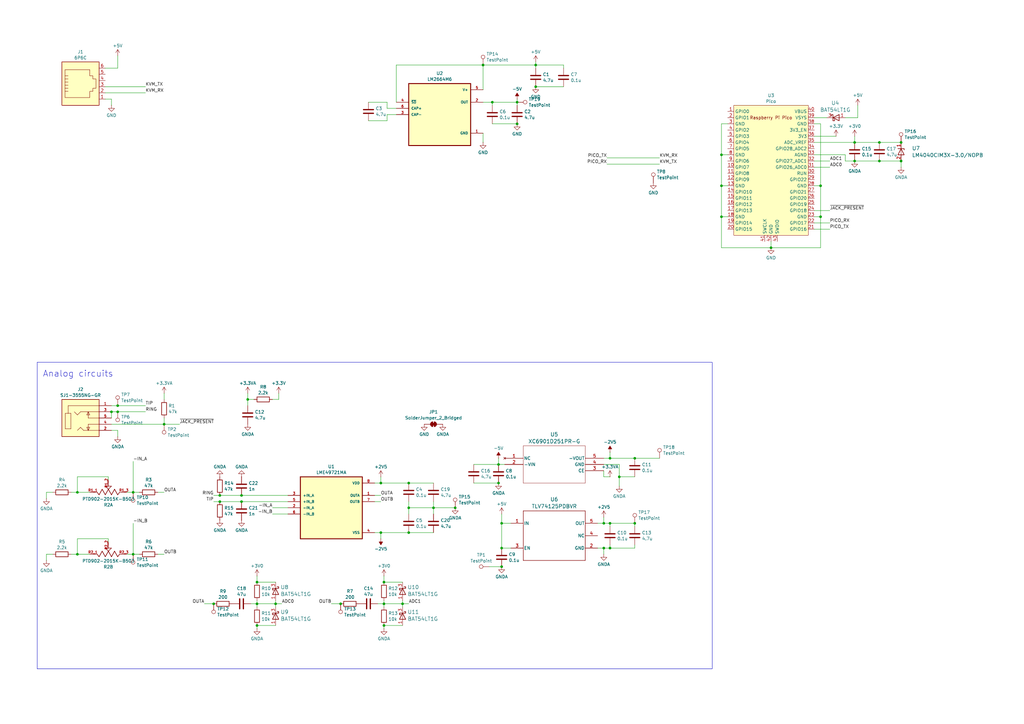
<source format=kicad_sch>
(kicad_sch (version 20231120) (generator "eeschema") (generator_version "8.0")
  (paper "A3")
  (junction (at 350.52 66.04))
  (junction (at 101.6 163.83))
  (junction (at 198.12 26.67))
  (junction (at 156.21 218.44))
  (junction (at 165.1 247.65))
  (junction (at 295.91 88.9))
  (junction (at 369.57 58.42))
  (junction (at 90.17 203.2))
  (junction (at 247.65 214.63))
  (junction (at 205.74 224.79))
  (junction (at 87.63 247.65))
  (junction (at 90.17 205.74))
  (junction (at 177.8 208.28))
  (junction (at 186.69 208.28))
  (junction (at 54.61 227.33))
  (junction (at 67.31 173.99))
  (junction (at 219.71 26.67))
  (junction (at 54.61 201.93))
  (junction (at 167.64 208.28))
  (junction (at 260.35 214.63))
  (junction (at 336.55 88.9))
  (junction (at 48.26 168.91))
  (junction (at 105.41 247.65))
  (junction (at 369.57 66.04))
  (junction (at 201.93 41.91))
  (junction (at 167.64 218.44))
  (junction (at 157.48 256.54))
  (junction (at 31.75 201.93))
  (junction (at 212.09 41.91))
  (junction (at 254 195.58))
  (junction (at 48.26 166.37))
  (junction (at 105.41 256.54))
  (junction (at 99.06 203.2))
  (junction (at 31.75 227.33))
  (junction (at 295.91 63.5))
  (junction (at 360.68 58.42))
  (junction (at 139.7 247.65))
  (junction (at 260.35 187.96))
  (junction (at 250.19 214.63))
  (junction (at 204.47 190.5))
  (junction (at 205.74 232.41))
  (junction (at 219.71 35.56))
  (junction (at 105.41 238.76))
  (junction (at 336.55 76.2))
  (junction (at 205.74 214.63))
  (junction (at 45.72 168.91))
  (junction (at 204.47 198.12))
  (junction (at 212.09 50.8))
  (junction (at 316.23 101.6))
  (junction (at 113.03 247.65))
  (junction (at 360.68 66.04))
  (junction (at 247.65 224.79))
  (junction (at 157.48 247.65))
  (junction (at 167.64 198.12))
  (junction (at 350.52 58.42))
  (junction (at 157.48 238.76))
  (junction (at 250.19 187.96))
  (junction (at 250.19 224.79))
  (junction (at 156.21 198.12))
  (junction (at 295.91 76.2))
  (junction (at 99.06 205.74))
  (wire (pts (xy 48.26 168.91) (xy 59.69 168.91)))
  (wire (pts (xy 54.61 214.63) (xy 54.61 227.33)))
  (wire (pts (xy 247.65 190.5) (xy 254 190.5)))
  (wire (pts (xy 295.91 76.2) (xy 295.91 63.5)))
  (wire (pts (xy 158.75 49.53) (xy 151.13 49.53)))
  (wire (pts (xy 165.1 247.65) (xy 165.1 248.92)))
  (wire (pts (xy 194.31 190.5) (xy 204.47 190.5)))
  (wire (pts (xy 316.23 101.6) (xy 295.91 101.6)))
  (wire (pts (xy 200.66 232.41) (xy 205.74 232.41)))
  (wire (pts (xy 201.93 41.91) (xy 212.09 41.91)))
  (wire (pts (xy 351.79 43.18) (xy 351.79 48.26)))
  (wire (pts (xy 156.21 218.44) (xy 167.64 218.44)))
  (wire (pts (xy 45.72 40.64) (xy 45.72 43.18)))
  (wire (pts (xy 162.56 41.91) (xy 162.56 26.67)))
  (wire (pts (xy 102.87 247.65) (xy 105.41 247.65)))
  (wire (pts (xy 250.19 187.96) (xy 250.19 185.42)))
  (wire (pts (xy 43.18 35.56) (xy 59.69 35.56)))
  (wire (pts (xy 114.3 163.83) (xy 111.76 163.83)))
  (wire (pts (xy 248.92 64.77) (xy 270.51 64.77)))
  (wire (pts (xy 198.12 54.61) (xy 198.12 58.42)))
  (wire (pts (xy 231.14 27.94) (xy 231.14 26.67)))
  (wire (pts (xy 64.77 227.33) (xy 67.31 227.33)))
  (wire (pts (xy 105.41 246.38) (xy 105.41 247.65)))
  (wire (pts (xy 48.26 27.94) (xy 48.26 22.86)))
  (wire (pts (xy 260.35 223.52) (xy 260.35 224.79)))
  (wire (pts (xy 334.01 66.04) (xy 340.36 66.04)))
  (wire (pts (xy 54.61 189.23) (xy 54.61 201.93)))
  (wire (pts (xy 101.6 163.83) (xy 104.14 163.83)))
  (wire (pts (xy 201.93 50.8) (xy 212.09 50.8)))
  (wire (pts (xy 90.17 205.74) (xy 99.06 205.74)))
  (wire (pts (xy 45.72 166.37) (xy 48.26 166.37)))
  (wire (pts (xy 295.91 63.5) (xy 295.91 50.8)))
  (wire (pts (xy 177.8 205.74) (xy 177.8 208.28)))
  (wire (pts (xy 90.17 203.2) (xy 99.06 203.2)))
  (wire (pts (xy 334.01 76.2) (xy 336.55 76.2)))
  (wire (pts (xy 54.61 227.33) (xy 57.15 227.33)))
  (wire (pts (xy 334.01 86.36) (xy 340.36 86.36)))
  (wire (pts (xy 113.03 246.38) (xy 113.03 247.65)))
  (wire (pts (xy 247.65 212.09) (xy 247.65 214.63)))
  (wire (pts (xy 167.64 205.74) (xy 167.64 208.28)))
  (wire (pts (xy 43.18 27.94) (xy 48.26 27.94)))
  (wire (pts (xy 154.94 247.65) (xy 157.48 247.65)))
  (wire (pts (xy 153.67 198.12) (xy 156.21 198.12)))
  (wire (pts (xy 105.41 238.76) (xy 113.03 238.76)))
  (wire (pts (xy 31.75 195.58) (xy 31.75 201.93)))
  (wire (pts (xy 209.55 214.63) (xy 205.74 214.63)))
  (wire (pts (xy 346.71 63.5) (xy 346.71 66.04)))
  (wire (pts (xy 334.01 68.58) (xy 340.36 68.58)))
  (wire (pts (xy 45.72 176.53) (xy 48.26 176.53)))
  (wire (pts (xy 212.09 40.64) (xy 212.09 41.91)))
  (wire (pts (xy 334.01 55.88) (xy 342.9 55.88)))
  (wire (pts (xy 43.18 38.1) (xy 59.69 38.1)))
  (wire (pts (xy 298.45 88.9) (xy 295.91 88.9)))
  (wire (pts (xy 219.71 25.4) (xy 219.71 26.67)))
  (wire (pts (xy 153.67 218.44) (xy 156.21 218.44)))
  (wire (pts (xy 158.75 44.45) (xy 162.56 44.45)))
  (wire (pts (xy 157.48 238.76) (xy 165.1 238.76)))
  (wire (pts (xy 336.55 88.9) (xy 336.55 101.6)))
  (wire (pts (xy 177.8 208.28) (xy 177.8 210.82)))
  (wire (pts (xy 204.47 187.96) (xy 204.47 190.5)))
  (wire (pts (xy 87.63 205.74) (xy 90.17 205.74)))
  (wire (pts (xy 295.91 76.2) (xy 298.45 76.2)))
  (wire (pts (xy 48.26 176.53) (xy 48.26 179.07)))
  (wire (pts (xy 101.6 163.83) (xy 101.6 166.37)))
  (wire (pts (xy 198.12 41.91) (xy 201.93 41.91)))
  (wire (pts (xy 101.6 161.29) (xy 101.6 163.83)))
  (wire (pts (xy 158.75 46.99) (xy 162.56 46.99)))
  (wire (pts (xy 250.19 223.52) (xy 250.19 224.79)))
  (wire (pts (xy 153.67 203.2) (xy 156.21 203.2)))
  (wire (pts (xy 158.75 44.45) (xy 158.75 41.91)))
  (wire (pts (xy 219.71 26.67) (xy 231.14 26.67)))
  (wire (pts (xy 247.65 187.96) (xy 250.19 187.96)))
  (wire (pts (xy 346.71 66.04) (xy 350.52 66.04)))
  (wire (pts (xy 334.01 93.98) (xy 340.36 93.98)))
  (wire (pts (xy 250.19 195.58) (xy 247.65 195.58)))
  (wire (pts (xy 165.1 247.65) (xy 167.64 247.65)))
  (wire (pts (xy 350.52 58.42) (xy 360.68 58.42)))
  (wire (pts (xy 167.64 198.12) (xy 177.8 198.12)))
  (wire (pts (xy 52.07 227.33) (xy 54.61 227.33)))
  (wire (pts (xy 31.75 220.98) (xy 31.75 227.33)))
  (wire (pts (xy 205.74 224.79) (xy 205.74 214.63)))
  (wire (pts (xy 350.52 55.88) (xy 350.52 58.42)))
  (wire (pts (xy 250.19 187.96) (xy 260.35 187.96)))
  (wire (pts (xy 369.57 66.04) (xy 369.57 68.58)))
  (wire (pts (xy 105.41 256.54) (xy 105.41 257.81)))
  (wire (pts (xy 44.45 220.98) (xy 31.75 220.98)))
  (wire (pts (xy 156.21 198.12) (xy 156.21 195.58)))
  (wire (pts (xy 219.71 26.67) (xy 219.71 27.94)))
  (wire (pts (xy 336.55 50.8) (xy 336.55 76.2)))
  (wire (pts (xy 19.05 227.33) (xy 19.05 229.87)))
  (wire (pts (xy 157.48 236.22) (xy 157.48 238.76)))
  (wire (pts (xy 105.41 236.22) (xy 105.41 238.76)))
  (wire (pts (xy 105.41 247.65) (xy 113.03 247.65)))
  (wire (pts (xy 105.41 247.65) (xy 105.41 248.92)))
  (wire (pts (xy 360.68 58.42) (xy 369.57 58.42)))
  (wire (pts (xy 334.01 50.8) (xy 336.55 50.8)))
  (wire (pts (xy 54.61 201.93) (xy 57.15 201.93)))
  (wire (pts (xy 167.64 218.44) (xy 177.8 218.44)))
  (wire (pts (xy 156.21 218.44) (xy 156.21 220.98)))
  (wire (pts (xy 295.91 76.2) (xy 295.91 88.9)))
  (wire (pts (xy 162.56 26.67) (xy 198.12 26.67)))
  (wire (pts (xy 336.55 76.2) (xy 336.55 88.9)))
  (wire (pts (xy 45.72 168.91) (xy 48.26 168.91)))
  (wire (pts (xy 254 195.58) (xy 260.35 195.58)))
  (wire (pts (xy 198.12 26.67) (xy 198.12 36.83)))
  (wire (pts (xy 209.55 224.79) (xy 205.74 224.79)))
  (wire (pts (xy 67.31 173.99) (xy 73.66 173.99)))
  (wire (pts (xy 67.31 171.45) (xy 67.31 173.99)))
  (wire (pts (xy 45.72 168.91) (xy 45.72 171.45)))
  (wire (pts (xy 248.92 67.31) (xy 270.51 67.31)))
  (wire (pts (xy 254 195.58) (xy 254 199.39)))
  (wire (pts (xy 245.11 214.63) (xy 247.65 214.63)))
  (wire (pts (xy 157.48 256.54) (xy 157.48 257.81)))
  (wire (pts (xy 350.52 66.04) (xy 360.68 66.04)))
  (wire (pts (xy 254 190.5) (xy 254 195.58)))
  (wire (pts (xy 167.64 208.28) (xy 167.64 210.82)))
  (wire (pts (xy 212.09 41.91) (xy 212.09 43.18)))
  (wire (pts (xy 219.71 35.56) (xy 231.14 35.56)))
  (wire (pts (xy 201.93 41.91) (xy 201.93 43.18)))
  (wire (pts (xy 247.65 195.58) (xy 247.65 193.04)))
  (wire (pts (xy 334.01 58.42) (xy 350.52 58.42)))
  (wire (pts (xy 135.89 247.65) (xy 139.7 247.65)))
  (wire (pts (xy 351.79 48.26) (xy 346.71 48.26)))
  (wire (pts (xy 245.11 224.79) (xy 247.65 224.79)))
  (wire (pts (xy 52.07 201.93) (xy 54.61 201.93)))
  (wire (pts (xy 194.31 198.12) (xy 204.47 198.12)))
  (wire (pts (xy 67.31 161.29) (xy 67.31 163.83)))
  (wire (pts (xy 113.03 247.65) (xy 113.03 248.92)))
  (wire (pts (xy 165.1 246.38) (xy 165.1 247.65)))
  (wire (pts (xy 250.19 224.79) (xy 260.35 224.79)))
  (wire (pts (xy 260.35 187.96) (xy 270.51 187.96)))
  (wire (pts (xy 339.09 48.26) (xy 334.01 48.26)))
  (wire (pts (xy 334.01 63.5) (xy 346.71 63.5)))
  (wire (pts (xy 158.75 46.99) (xy 158.75 49.53)))
  (wire (pts (xy 295.91 63.5) (xy 298.45 63.5)))
  (wire (pts (xy 114.3 161.29) (xy 114.3 163.83)))
  (wire (pts (xy 247.65 224.79) (xy 247.65 227.33)))
  (wire (pts (xy 316.23 99.06) (xy 316.23 101.6)))
  (wire (pts (xy 64.77 201.93) (xy 67.31 201.93)))
  (wire (pts (xy 295.91 50.8) (xy 298.45 50.8)))
  (wire (pts (xy 21.59 201.93) (xy 19.05 201.93)))
  (wire (pts (xy 87.63 203.2) (xy 90.17 203.2)))
  (wire (pts (xy 21.59 227.33) (xy 19.05 227.33)))
  (wire (pts (xy 31.75 201.93) (xy 36.83 201.93)))
  (wire (pts (xy 105.41 256.54) (xy 113.03 256.54)))
  (wire (pts (xy 157.48 247.65) (xy 157.48 248.92)))
  (wire (pts (xy 158.75 41.91) (xy 151.13 41.91)))
  (wire (pts (xy 167.64 208.28) (xy 177.8 208.28)))
  (wire (pts (xy 260.35 214.63) (xy 250.19 214.63)))
  (wire (pts (xy 43.18 40.64) (xy 45.72 40.64)))
  (wire (pts (xy 111.76 208.28) (xy 118.11 208.28)))
  (wire (pts (xy 334.01 91.44) (xy 340.36 91.44)))
  (wire (pts (xy 44.45 220.98) (xy 44.45 222.25)))
  (wire (pts (xy 295.91 88.9) (xy 295.91 101.6)))
  (wire (pts (xy 31.75 195.58) (xy 44.45 195.58)))
  (wire (pts (xy 260.35 215.9) (xy 260.35 214.63)))
  (wire (pts (xy 198.12 26.67) (xy 219.71 26.67)))
  (wire (pts (xy 157.48 247.65) (xy 165.1 247.65)))
  (wire (pts (xy 83.82 247.65) (xy 87.63 247.65)))
  (wire (pts (xy 111.76 210.82) (xy 118.11 210.82)))
  (wire (pts (xy 31.75 227.33) (xy 36.83 227.33)))
  (wire (pts (xy 113.03 247.65) (xy 115.57 247.65)))
  (wire (pts (xy 29.21 227.33) (xy 31.75 227.33)))
  (wire (pts (xy 99.06 203.2) (xy 118.11 203.2)))
  (wire (pts (xy 336.55 101.6) (xy 316.23 101.6)))
  (wire (pts (xy 360.68 66.04) (xy 369.57 66.04)))
  (wire (pts (xy 205.74 214.63) (xy 205.74 210.82)))
  (wire (pts (xy 157.48 256.54) (xy 165.1 256.54)))
  (wire (pts (xy 247.65 224.79) (xy 250.19 224.79)))
  (wire (pts (xy 19.05 201.93) (xy 19.05 204.47)))
  (wire (pts (xy 45.72 173.99) (xy 67.31 173.99)))
  (wire (pts (xy 250.19 215.9) (xy 250.19 214.63)))
  (wire (pts (xy 177.8 208.28) (xy 186.69 208.28)))
  (wire (pts (xy 156.21 198.12) (xy 167.64 198.12)))
  (wire (pts (xy 44.45 195.58) (xy 44.45 196.85)))
  (wire (pts (xy 48.26 166.37) (xy 59.69 166.37)))
  (wire (pts (xy 99.06 205.74) (xy 118.11 205.74)))
  (wire (pts (xy 207.01 190.5) (xy 204.47 190.5)))
  (wire (pts (xy 334.01 88.9) (xy 336.55 88.9)))
  (wire (pts (xy 153.67 205.74) (xy 156.21 205.74)))
  (wire (pts (xy 250.19 214.63) (xy 247.65 214.63)))
  (wire (pts (xy 29.21 201.93) (xy 31.75 201.93)))
  (wire (pts (xy 157.48 246.38) (xy 157.48 247.65)))
  (rectangle (start 15.24 148.59) (end 292.1 274.32))
  (text "Analog circuits" (at 32.004 153.416 0) (effects (font (size 2.54 2.54))))
  (label "KVM_RX" (at 270.51 64.77 0))
  (label "ADC0" (at 340.36 68.58 0))
  (label "ADC1" (at 167.64 247.65 0))
  (label "-IN_A" (at 54.61 189.23 0))
  (label "PICO_RX" (at 340.36 91.44 0))
  (label "OUTA" (at 156.21 203.2 0))
  (label "-IN_B" (at 54.61 214.63 0))
  (label "ADC0" (at 115.57 247.65 0))
  (label "OUTB" (at 156.21 205.74 0))
  (label "KVM_TX" (at 270.51 67.31 0))
  (label "TIP" (at 59.69 166.37 0))
  (label "RING" (at 87.63 203.2 180))
  (label "OUTB" (at 135.89 247.65 180))
  (label "PICO_TX" (at 248.92 64.77 180))
  (label "PICO_TX" (at 340.36 93.98 0))
  (label "ADC1" (at 340.36 66.04 0))
  (label "KVM_RX" (at 59.69 38.1 0))
  (label "~{JACK_PRESENT}" (at 73.66 173.99 0))
  (label "-IN_B" (at 111.76 210.82 180))
  (label "-IN_A" (at 111.76 208.28 180))
  (label "OUTB" (at 67.31 227.33 0))
  (label "OUTA" (at 83.82 247.65 180))
  (label "RING" (at 59.69 168.91 0))
  (label "OUTA" (at 67.31 201.93 0))
  (label "~{JACK_PRESENT}" (at 340.36 86.36 0))
  (label "TIP" (at 87.63 205.74 180))
  (label "KVM_TX" (at 59.69 35.56 0))
  (label "PICO_RX" (at 248.92 67.31 180))
  (symbol (lib_id "power:+3.3VA") (at 101.6 161.29 0) (unit 1)
    (property "Reference" "#PWR027" (effects (hide yes)))
    (property "Value" "+3.3VA" (at 101.6 157.1569 0))
    (property "Description" "Power symbol creates a global label with name \"+3.3VA\"" (effects (hide yes)))
  )
  (symbol (lib_id "Device:C") (at 194.31 194.31 0) (unit 1)
    (property "Reference" "C16" (at 197.231 193.0978 0) (effects (justify left)))
    (property "Value" "4.7u" (at 197.231 195.5221 0) (effects (justify left)))
    (property "Footprint" "Capacitor_SMD:C_0805_2012Metric_Pad1.18x1.45mm_HandSolder" (effects (hide yes)))
    (property "Description" "Unpolarized capacitor" (effects (hide yes)))
  )
  (symbol (lib_id "PTN16-A500120K1C2:PTN16-A500120K1C2") (at 44.45 227.33 0) (mirror x) (unit 2)
    (property "Reference" "R2" (at 44.45 232.4905 0))
    (property "Value" "PTD902-2015K-B503" (at 44.45 230.0662 0))
    (property "Footprint" "PTN16_A500120K1C2:POT_PTD902-2015K-B503" (effects (hide yes)))
    (property "Description" "500k Ohm 2 Gang Reverse Logarithmic Through Hole Potentiometer 1.0 Turns Carbon 0.125W, 1/8W PC Pins" (effects (hide yes)))
    (property "PARTREV" "1.0" (effects (hide yes)))
    (property "MANUFACTURER" "CUI Devices" (effects (hide yes)))
    (property "MAXIMUM_PACKAGE_HEIGHT" "21.5mm" (effects (hide yes)))
    (property "STANDARD" "Manufacturer Recommendations" (effects (hide yes)))
  )
  (symbol (lib_id "Connector:TestPoint") (at 270.51 187.96 0) (unit 1)
    (property "Reference" "TP18" (at 271.907 183.4458 0) (effects (justify left)))
    (property "Value" "TestPoint" (at 271.907 185.8701 0) (effects (justify left)))
    (property "Footprint" "TestPoint:TestPoint_Loop_D1.80mm_Drill1.0mm_Beaded" (effects (hide yes)))
    (property "Description" "test point" (effects (hide yes)))
  )
  (symbol (lib_id "power:GNDA") (at 157.48 257.81 0) (unit 1)
    (property "Reference" "#PWR036" (effects (hide yes)))
    (property "Value" "GNDA" (at 157.48 261.9431 0))
    (property "Description" "Power symbol creates a global label with name \"GNDA\" , analog ground" (effects (hide yes)))
  )
  (symbol (lib_id "power:GNDA") (at 254 199.39 0) (unit 1)
    (property "Reference" "#PWR026" (effects (hide yes)))
    (property "Value" "GNDA" (at 254 203.5231 0))
    (property "Description" "Power symbol creates a global label with name \"GNDA\" , analog ground" (effects (hide yes)))
  )
  (symbol (lib_id "Device:C") (at 99.06 209.55 0) (unit 1)
    (property "Reference" "C21" (at 101.981 208.3378 0) (effects (justify left)))
    (property "Value" "1n" (at 101.981 210.7621 0) (effects (justify left)))
    (property "Footprint" "Capacitor_SMD:C_0805_2012Metric_Pad1.18x1.45mm_HandSolder" (effects (hide yes)))
    (property "Description" "Unpolarized capacitor" (effects (hide yes)))
  )
  (symbol (lib_id "SJ1-3555NG-GR:SJ1-3555NG-GR") (at 33.02 171.45 0) (unit 1)
    (property "Reference" "J2" (at 33.02 159.6855 0))
    (property "Value" "SJ1-3555NG-GR" (at 33.02 162.1098 0))
    (property "Footprint" "CUI_SJ1-3555NG-GR" (effects (hide yes)))
    (property "Description" "3.50mm (0.141\", 1/8\", Mini Plug) - Headphone Phone Jack Stereo (3 Conductor, TRS) Connector Kinked Pin" (effects (hide yes)))
    (property "PARTREV" "1.02" (effects (hide yes)))
    (property "STANDARD" "Manufacturer recommendation" (effects (hide yes)))
    (property "MANUFACTURER" "CUI" (effects (hide yes)))
  )
  (symbol (lib_id "Device:R") (at 60.96 201.93 90) (unit 1)
    (property "Reference" "R3" (at 60.96 196.7695 90))
    (property "Value" "47k" (at 60.96 199.1938 90))
    (property "Footprint" "Resistor_SMD:R_0805_2012Metric_Pad1.20x1.40mm_HandSolder" (effects (hide yes)))
    (property "Description" "Resistor" (effects (hide yes)))
  )
  (symbol (lib_id "power:GNDA") (at 181.61 173.99 0) (unit 1)
    (property "Reference" "#PWR029" (effects (hide yes)))
    (property "Value" "GNDA" (at 181.61 178.1231 0))
    (property "Description" "Power symbol creates a global label with name \"GNDA\" , analog ground" (effects (hide yes)))
  )
  (symbol (lib_id "Device:C") (at 177.8 214.63 0) (unit 1)
    (property "Reference" "C20" (at 180.721 213.4178 0) (effects (justify left)))
    (property "Value" "4.7u" (at 180.721 215.8421 0) (effects (justify left)))
    (property "Footprint" "Capacitor_SMD:C_0805_2012Metric_Pad1.18x1.45mm_HandSolder" (effects (hide yes)))
    (property "Description" "Unpolarized capacitor" (effects (hide yes)))
  )
  (symbol (lib_id "Device:C") (at 151.13 247.65 90) (unit 1)
    (property "Reference" "C14" (at 151.13 241.3465 90))
    (property "Value" "47u" (at 151.13 243.7708 90))
    (property "Footprint" "Capacitor_SMD:C_0805_2012Metric_Pad1.18x1.45mm_HandSolder" (effects (hide yes)))
    (property "Description" "Unpolarized capacitor" (effects (hide yes)))
  )
  (symbol (lib_id "Device:R") (at 67.31 167.64 0) (unit 1)
    (property "Reference" "R1" (at 69.088 166.4278 0) (effects (justify left)))
    (property "Value" "47k" (at 69.088 168.8521 0) (effects (justify left)))
    (property "Footprint" "Resistor_SMD:R_0805_2012Metric_Pad1.20x1.40mm_HandSolder" (effects (hide yes)))
    (property "Description" "Resistor" (effects (hide yes)))
  )
  (symbol (lib_id "Device:C") (at 231.14 31.75 0) (unit 1)
    (property "Reference" "C7" (at 234.061 30.5378 0) (effects (justify left)))
    (property "Value" "0.1u" (at 234.061 32.9621 0) (effects (justify left)))
    (property "Footprint" "Capacitor_SMD:C_0805_2012Metric_Pad1.18x1.45mm_HandSolder" (effects (hide yes)))
    (property "Description" "Unpolarized capacitor" (effects (hide yes)))
  )
  (symbol (lib_id "power:GND") (at 267.97 74.93 0) (unit 1)
    (property "Reference" "#PWR039" (effects (hide yes)))
    (property "Value" "GND" (at 267.97 79.0631 0))
    (property "Description" "Power symbol creates a global label with name \"GND\" , ground" (effects (hide yes)))
  )
  (symbol (lib_id "power:-5V") (at 204.47 187.96 0) (unit 1)
    (property "Reference" "#PWR022" (effects (hide yes)))
    (property "Value" "-5V" (at 204.47 183.8269 0))
    (property "Description" "Power symbol creates a global label with name \"-5V\"" (effects (hide yes)))
  )
  (symbol (lib_id "BAT54LT1G:BAT54LT1G") (at 165.1 248.92 270) (unit 1)
    (property "Reference" "U11" (at 167.132 250.996 90) (effects (font (size 1.524 1.524)) (justify left)))
    (property "Value" "BAT54LT1G" (at 167.132 253.8289 90) (effects (font (size 1.524 1.524)) (justify left)))
    (property "Footprint" "SOT-23-3_1P4X3P040_ONS" (effects (hide yes)))
    (property "Datasheet" "BAT54LT1G" (effects (hide yes)))
  )
  (symbol (lib_id "power:GNDA") (at 90.17 213.36 0) (unit 1)
    (property "Reference" "#PWR041" (effects (hide yes)))
    (property "Value" "GNDA" (at 90.17 217.4931 0))
    (property "Description" "Power symbol creates a global label with name \"GNDA\" , analog ground" (effects (hide yes)))
  )
  (symbol (lib_id "power:+3.3V") (at 114.3 161.29 0) (unit 1)
    (property "Reference" "#PWR031" (effects (hide yes)))
    (property "Value" "+3.3V" (at 114.3 157.1569 0))
    (property "Description" "Power symbol creates a global label with name \"+3.3V\"" (effects (hide yes)))
  )
  (symbol (lib_id "Connector:TestPoint") (at 54.61 201.93 180) (unit 1)
    (property "Reference" "TP10" (at 56.007 204.0198 0) (effects (justify right)))
    (property "Value" "TestPoint" (at 56.007 206.4441 0) (effects (justify right)))
    (property "Footprint" "TestPoint:TestPoint_Loop_D1.80mm_Drill1.0mm_Beaded" (effects (hide yes)))
    (property "Description" "test point" (effects (hide yes)))
  )
  (symbol (lib_id "power:GND") (at 173.99 173.99 0) (unit 1)
    (property "Reference" "#PWR028" (effects (hide yes)))
    (property "Value" "GND" (at 173.99 178.1231 0))
    (property "Description" "Power symbol creates a global label with name \"GND\" , ground" (effects (hide yes)))
  )
  (symbol (lib_id "power:GND") (at 45.72 43.18 0) (unit 1)
    (property "Reference" "#PWR02" (effects (hide yes)))
    (property "Value" "GND" (at 45.72 47.3131 0))
    (property "Description" "Power symbol creates a global label with name \"GND\" , ground" (effects (hide yes)))
  )
  (symbol (lib_id "Device:R") (at 90.17 199.39 180) (unit 1)
    (property "Reference" "R14" (at 91.948 198.1778 0) (effects (justify right)))
    (property "Value" "47k" (at 91.948 200.6021 0) (effects (justify right)))
    (property "Footprint" "Resistor_SMD:R_0805_2012Metric_Pad1.20x1.40mm_HandSolder" (effects (hide yes)))
    (property "Description" "Resistor" (effects (hide yes)))
  )
  (symbol (lib_id "power:+3V0") (at 350.52 55.88 0) (unit 1)
    (property "Reference" "#PWR033" (effects (hide yes)))
    (property "Value" "+3V0" (at 350.52 51.7469 0))
    (property "Description" "Power symbol creates a global label with name \"+3V0\"" (effects (hide yes)))
  )
  (symbol (lib_id "Connector:TestPoint") (at 67.31 173.99 180) (unit 1)
    (property "Reference" "TP2" (at 68.707 176.0798 0) (effects (justify right)))
    (property "Value" "TestPoint" (at 68.707 178.5041 0) (effects (justify right)))
    (property "Footprint" "TestPoint:TestPoint_Loop_D1.80mm_Drill1.0mm_Beaded" (effects (hide yes)))
    (property "Description" "test point" (effects (hide yes)))
  )
  (symbol (lib_id "power:+3.3V") (at 342.9 55.88 0) (unit 1)
    (property "Reference" "#PWR013" (effects (hide yes)))
    (property "Value" "+3.3V" (at 342.9 51.7469 0))
    (property "Description" "Power symbol creates a global label with name \"+3.3V\"" (effects (hide yes)))
  )
  (symbol (lib_id "Connector:TestPoint") (at 198.12 26.67 0) (unit 1)
    (property "Reference" "TP14" (at 199.517 22.1558 0) (effects (justify left)))
    (property "Value" "TestPoint" (at 199.517 24.5801 0) (effects (justify left)))
    (property "Footprint" "TestPoint:TestPoint_Loop_D1.80mm_Drill1.0mm_Beaded" (effects (hide yes)))
    (property "Description" "test point" (effects (hide yes)))
  )
  (symbol (lib_id "Device:R") (at 25.4 227.33 90) (unit 1)
    (property "Reference" "R5" (at 25.4 222.1695 90))
    (property "Value" "2.2k" (at 25.4 224.5938 90))
    (property "Footprint" "Resistor_SMD:R_0805_2012Metric_Pad1.20x1.40mm_HandSolder" (effects (hide yes)))
    (property "Description" "Resistor" (effects (hide yes)))
  )
  (symbol (lib_id "BAT54LT1G:BAT54LT1G") (at 165.1 238.76 270) (unit 1)
    (property "Reference" "U10" (at 167.132 240.836 90) (effects (font (size 1.524 1.524)) (justify left)))
    (property "Value" "BAT54LT1G" (at 167.132 243.6689 90) (effects (font (size 1.524 1.524)) (justify left)))
    (property "Footprint" "SOT-23-3_1P4X3P040_ONS" (effects (hide yes)))
    (property "Datasheet" "BAT54LT1G" (effects (hide yes)))
  )
  (symbol (lib_id "Device:C") (at 201.93 46.99 0) (unit 1)
    (property "Reference" "C6" (at 204.851 45.7778 0) (effects (justify left)))
    (property "Value" "0.1u" (at 204.851 48.2021 0) (effects (justify left)))
    (property "Footprint" "Capacitor_SMD:C_0805_2012Metric_Pad1.18x1.45mm_HandSolder" (effects (hide yes)))
    (property "Description" "Unpolarized capacitor" (effects (hide yes)))
  )
  (symbol (lib_id "power:-2V5") (at 156.21 220.98 180) (unit 1)
    (property "Reference" "#PWR017" (effects (hide yes)))
    (property "Value" "-2V5" (at 156.21 225.1131 0))
    (property "Description" "Power symbol creates a global label with name \"-2V5\"" (effects (hide yes)))
  )
  (symbol (lib_id "power:GNDA") (at 90.17 195.58 180) (unit 1)
    (property "Reference" "#PWR043" (effects (hide yes)))
    (property "Value" "GNDA" (at 90.17 191.4469 0))
    (property "Description" "Power symbol creates a global label with name \"GNDA\" , analog ground" (effects (hide yes)))
  )
  (symbol (lib_id "power:+5V") (at 219.71 25.4 0) (unit 1)
    (property "Reference" "#PWR011" (effects (hide yes)))
    (property "Value" "+5V" (at 219.71 21.2669 0))
    (property "Description" "Power symbol creates a global label with name \"+5V\"" (effects (hide yes)))
  )
  (symbol (lib_id "power:+5V") (at 351.79 43.18 0) (unit 1)
    (property "Reference" "#PWR05" (effects (hide yes)))
    (property "Value" "+5V" (at 351.79 39.0469 0))
    (property "Description" "Power symbol creates a global label with name \"+5V\"" (effects (hide yes)))
  )
  (symbol (lib_id "power:GNDA") (at 19.05 204.47 0) (unit 1)
    (property "Reference" "#PWR014" (effects (hide yes)))
    (property "Value" "GNDA" (at 19.05 208.6031 0))
    (property "Description" "Power symbol creates a global label with name \"GNDA\" , analog ground" (effects (hide yes)))
  )
  (symbol (lib_id "Device:C") (at 260.35 191.77 0) (unit 1)
    (property "Reference" "C11" (at 263.271 190.5578 0) (effects (justify left)))
    (property "Value" "0.1u" (at 263.271 192.9821 0) (effects (justify left)))
    (property "Footprint" "Capacitor_SMD:C_0805_2012Metric_Pad1.18x1.45mm_HandSolder" (effects (hide yes)))
    (property "Description" "Unpolarized capacitor" (effects (hide yes)))
  )
  (symbol (lib_id "power:GNDA") (at 204.47 198.12 0) (unit 1)
    (property "Reference" "#PWR024" (effects (hide yes)))
    (property "Value" "GNDA" (at 204.47 202.2531 0))
    (property "Description" "Power symbol creates a global label with name \"GNDA\" , analog ground" (effects (hide yes)))
  )
  (symbol (lib_id "Device:C") (at 167.64 214.63 0) (unit 1)
    (property "Reference" "C5" (at 170.561 213.4178 0) (effects (justify left)))
    (property "Value" "0.1u" (at 170.561 215.8421 0) (effects (justify left)))
    (property "Footprint" "Capacitor_SMD:C_0805_2012Metric_Pad1.18x1.45mm_HandSolder" (effects (hide yes)))
    (property "Description" "Unpolarized capacitor" (effects (hide yes)))
  )
  (symbol (lib_id "power:GNDA") (at 99.06 213.36 0) (unit 1)
    (property "Reference" "#PWR040" (effects (hide yes)))
    (property "Value" "GNDA" (at 99.06 217.4931 0))
    (property "Description" "Power symbol creates a global label with name \"GNDA\" , analog ground" (effects (hide yes)))
  )
  (symbol (lib_id "Connector:TestPoint") (at 54.61 227.33 180) (unit 1)
    (property "Reference" "TP11" (at 56.007 229.4198 0) (effects (justify right)))
    (property "Value" "TestPoint" (at 56.007 231.8441 0) (effects (justify right)))
    (property "Footprint" "TestPoint:TestPoint_Loop_D1.80mm_Drill1.0mm_Beaded" (effects (hide yes)))
    (property "Description" "test point" (effects (hide yes)))
  )
  (symbol (lib_id "Device:C") (at 219.71 31.75 0) (unit 1)
    (property "Reference" "C1" (at 222.631 30.5378 0) (effects (justify left)))
    (property "Value" "4.7u" (at 222.631 32.9621 0) (effects (justify left)))
    (property "Footprint" "Capacitor_SMD:C_0805_2012Metric_Pad1.18x1.45mm_HandSolder" (effects (hide yes)))
    (property "Description" "Unpolarized capacitor" (effects (hide yes)))
  )
  (symbol (lib_id "Device:R") (at 25.4 201.93 90) (unit 1)
    (property "Reference" "R4" (at 25.4 196.7695 90))
    (property "Value" "2.2k" (at 25.4 199.1938 90))
    (property "Footprint" "Resistor_SMD:R_0805_2012Metric_Pad1.20x1.40mm_HandSolder" (effects (hide yes)))
    (property "Description" "Resistor" (effects (hide yes)))
  )
  (symbol (lib_id "power:GNDA") (at 19.05 229.87 0) (unit 1)
    (property "Reference" "#PWR016" (effects (hide yes)))
    (property "Value" "GNDA" (at 19.05 234.0031 0))
    (property "Description" "Power symbol creates a global label with name \"GNDA\" , analog ground" (effects (hide yes)))
  )
  (symbol (lib_id "LM2664M6:LM2664M6") (at 180.34 46.99 0) (unit 1)
    (property "Reference" "U2" (at 180.34 30.0675 0))
    (property "Value" "LM2664M6" (at 180.34 32.4918 0))
    (property "Footprint" "LM2664M6X_NOPB:SOT95P280X145-6N" (effects (hide yes)))
  )
  (symbol (lib_id "power:+3.3VA") (at 67.31 161.29 0) (unit 1)
    (property "Reference" "#PWR07" (effects (hide yes)))
    (property "Value" "+3.3VA" (at 67.31 157.1569 0))
    (property "Description" "Power symbol creates a global label with name \"+3.3VA\"" (effects (hide yes)))
  )
  (symbol (lib_id "power:+2V5") (at 247.65 212.09 0) (unit 1)
    (property "Reference" "#PWR020" (effects (hide yes)))
    (property "Value" "+2V5" (at 247.65 207.9569 0))
    (property "Description" "Power symbol creates a global label with name \"+2V5\"" (effects (hide yes)))
  )
  (symbol (lib_id "PTN16-A500120K1C2:PTD902-2015K-B503") (at 44.45 201.93 0) (mirror x) (unit 1)
    (property "Reference" "R2" (at 44.45 207.0905 0))
    (property "Value" "PTD902-2015K-B503" (at 44.45 204.6662 0))
    (property "Footprint" "PTN16_A500120K1C2:POT_PTD902-2015K-B503" (effects (hide yes)))
    (property "Description" "50k Ohm 2 Gang Linear Panel Mount Potentiometer 1.0 Turns Carbon 0.05W, 1/20W PC Pins, Board Locks" (effects (hide yes)))
    (property "PARTREV" "1.0" (effects (hide yes)))
    (property "MANUFACTURER" "CUI Devices" (effects (hide yes)))
    (property "MAXIMUM_PACKAGE_HEIGHT" "21.5mm" (effects (hide yes)))
    (property "STANDARD" "Manufacturer Recommendations" (effects (hide yes)))
  )
  (symbol (lib_id "Device:R") (at 90.17 209.55 180) (unit 1)
    (property "Reference" "R15" (at 91.948 208.3378 0) (effects (justify right)))
    (property "Value" "47k" (at 91.948 210.7621 0) (effects (justify right)))
    (property "Footprint" "Resistor_SMD:R_0805_2012Metric_Pad1.20x1.40mm_HandSolder" (effects (hide yes)))
    (property "Description" "Resistor" (effects (hide yes)))
  )
  (symbol (lib_id "power:+5V") (at 48.26 22.86 0) (unit 1)
    (property "Reference" "#PWR04" (effects (hide yes)))
    (property "Value" "+5V" (at 48.26 18.7269 0))
    (property "Description" "Power symbol creates a global label with name \"+5V\"" (effects (hide yes)))
  )
  (symbol (lib_id "power:+3V0") (at 157.48 236.22 0) (unit 1)
    (property "Reference" "#PWR035" (effects (hide yes)))
    (property "Value" "+3V0" (at 157.48 232.0869 0))
    (property "Description" "Power symbol creates a global label with name \"+3V0\"" (effects (hide yes)))
  )
  (symbol (lib_id "LME49721MA:LME49721MA") (at 135.89 208.28 0) (unit 1)
    (property "Reference" "U1" (at 135.89 191.3575 0))
    (property "Value" "LME49721MA" (at 135.89 193.7818 0))
    (property "Footprint" "LME49721MAX_NOPB:SOIC127P599X175-8N" (effects (hide yes)))
  )
  (symbol (lib_id "Connector:6P6C") (at 33.02 35.56 0) (unit 1)
    (property "Reference" "J1" (at 33.02 21.2555 0))
    (property "Value" "6P6C" (at 33.02 23.6798 0))
    (property "Footprint" "Connector_RJ:RJ25_Wayconn_MJEA-660X1_Horizontal" (effects (hide yes)))
    (property "Description" "RJ connector, 6P6C (6 positions 6 connected), RJ12/RJ18/RJ25" (effects (hide yes)))
  )
  (symbol (lib_id "power:GND") (at 219.71 35.56 0) (unit 1)
    (property "Reference" "#PWR08" (effects (hide yes)))
    (property "Value" "GND" (at 219.71 39.6931 0))
    (property "Description" "Power symbol creates a global label with name \"GND\" , ground" (effects (hide yes)))
  )
  (symbol (lib_id "power:GNDA") (at 205.74 232.41 0) (unit 1)
    (property "Reference" "#PWR019" (effects (hide yes)))
    (property "Value" "GNDA" (at 205.74 236.5431 0))
    (property "Description" "Power symbol creates a global label with name \"GNDA\" , analog ground" (effects (hide yes)))
  )
  (symbol (lib_id "Device:C") (at 99.06 247.65 90) (unit 1)
    (property "Reference" "C18" (at 99.06 241.3465 90))
    (property "Value" "47u" (at 99.06 243.7708 90))
    (property "Footprint" "Capacitor_SMD:C_0805_2012Metric_Pad1.18x1.45mm_HandSolder" (effects (hide yes)))
    (property "Description" "Unpolarized capacitor" (effects (hide yes)))
  )
  (symbol (lib_id "TLV74125PDBVR:TLV74125PDBVR") (at 227.33 219.71 0) (unit 1)
    (property "Reference" "U6" (at 227.33 204.818 0) (effects (font (size 1.524 1.524))))
    (property "Value" "TLV74125PDBVR" (at 227.33 207.6509 0) (effects (font (size 1.524 1.524))))
    (property "Footprint" "TLV74125PDBVR:DBV0005A_N" (effects (hide yes)))
    (property "Datasheet" "TLV74125PDBVR" (effects (hide yes)))
    (property "Description" "Linear Voltage Regulator IC Positive Fixed 1 Output 150mA SOT-23-5" (effects (hide yes)))
  )
  (symbol (lib_id "LM4040CIM3X-3.0:LM4040CIM3X-3.0_NOPB") (at 369.57 58.42 270) (unit 1)
    (property "Reference" "U7" (at 374.015 60.8135 90) (effects (font (size 1.524 1.524)) (justify left)))
    (property "Value" "LM4040CIM3X-3.0/NOPB" (at 374.015 63.6464 90) (effects (font (size 1.524 1.524)) (justify left)))
    (property "Footprint" "LM4040CIM3X-3.0:DBZ3" (effects (hide yes)))
    (property "Datasheet" "LM4040CIM3X-3.0/NOPB" (effects (hide yes)))
  )
  (symbol (lib_id "power:GNDA") (at 99.06 195.58 180) (unit 1)
    (property "Reference" "#PWR042" (effects (hide yes)))
    (property "Value" "GNDA" (at 99.06 191.4469 0))
    (property "Description" "Power symbol creates a global label with name \"GNDA\" , analog ground" (effects (hide yes)))
  )
  (symbol (lib_id "Device:R") (at 105.41 242.57 180) (unit 1)
    (property "Reference" "R10" (at 107.188 241.3578 0) (effects (justify right)))
    (property "Value" "10k" (at 107.188 243.7821 0) (effects (justify right)))
    (property "Footprint" "Resistor_SMD:R_0805_2012Metric_Pad1.20x1.40mm_HandSolder" (effects (hide yes)))
    (property "Description" "Resistor" (effects (hide yes)))
  )
  (symbol (lib_id "Connector:TestPoint") (at 48.26 166.37 0) (unit 1)
    (property "Reference" "TP7" (at 49.657 161.8558 0) (effects (justify left)))
    (property "Value" "TestPoint" (at 49.657 164.2801 0) (effects (justify left)))
    (property "Footprint" "TestPoint:TestPoint_Loop_D1.80mm_Drill1.0mm_Beaded" (effects (hide yes)))
    (property "Description" "test point" (effects (hide yes)))
  )
  (symbol (lib_id "power:GNDA") (at 369.57 68.58 0) (unit 1)
    (property "Reference" "#PWR030" (effects (hide yes)))
    (property "Value" "GNDA" (at 369.57 72.7131 0))
    (property "Description" "Power symbol creates a global label with name \"GNDA\" , analog ground" (effects (hide yes)))
  )
  (symbol (lib_id "Connector:TestPoint") (at 212.09 41.91 270) (unit 1)
    (property "Reference" "TP19" (at 216.789 40.6978 90) (effects (justify left)))
    (property "Value" "TestPoint" (at 216.789 43.1221 90) (effects (justify left)))
    (property "Footprint" "TestPoint:TestPoint_Loop_D1.80mm_Drill1.0mm_Beaded" (effects (hide yes)))
    (property "Description" "test point" (effects (hide yes)))
  )
  (symbol (lib_id "power:-2V5") (at 250.19 185.42 0) (unit 1)
    (property "Reference" "#PWR021" (effects (hide yes)))
    (property "Value" "-2V5" (at 250.19 181.2869 0))
    (property "Description" "Power symbol creates a global label with name \"-2V5\"" (effects (hide yes)))
  )
  (symbol (lib_id "Connector:TestPoint") (at 48.26 168.91 180) (unit 1)
    (property "Reference" "TP6" (at 49.657 170.9998 0) (effects (justify right)))
    (property "Value" "TestPoint" (at 49.657 173.4241 0) (effects (justify right)))
    (property "Footprint" "TestPoint:TestPoint_Loop_D1.80mm_Drill1.0mm_Beaded" (effects (hide yes)))
    (property "Description" "test point" (effects (hide yes)))
  )
  (symbol (lib_id "power:+3V0") (at 105.41 236.22 0) (unit 1)
    (property "Reference" "#PWR037" (effects (hide yes)))
    (property "Value" "+3V0" (at 105.41 232.0869 0))
    (property "Description" "Power symbol creates a global label with name \"+3V0\"" (effects (hide yes)))
  )
  (symbol (lib_id "power:GNDA") (at 105.41 257.81 0) (unit 1)
    (property "Reference" "#PWR038" (effects (hide yes)))
    (property "Value" "GNDA" (at 105.41 261.9431 0))
    (property "Description" "Power symbol creates a global label with name \"GNDA\" , analog ground" (effects (hide yes)))
  )
  (symbol (lib_id "Jumper:SolderJumper_2_Bridged") (at 177.8 173.99 0) (unit 1) (exclude_from_sim yes) (in_bom no)
    (property "Reference" "JP1" (at 177.8 168.9565 0))
    (property "Value" "SolderJumper_2_Bridged" (at 177.8 171.3808 0))
    (property "Footprint" "Jumper:SolderJumper-2_P1.3mm_Bridged2Bar_RoundedPad1.0x1.5mm" (effects (hide yes)))
    (property "Description" "Solder Jumper, 2-pole, closed/bridged" (effects (hide yes)))
  )
  (symbol (lib_id "Device:C") (at 205.74 228.6 0) (unit 1)
    (property "Reference" "C9" (at 208.661 227.3878 0) (effects (justify left)))
    (property "Value" "0.1u" (at 208.661 229.8121 0) (effects (justify left)))
    (property "Footprint" "Capacitor_SMD:C_0805_2012Metric_Pad1.18x1.45mm_HandSolder" (effects (hide yes)))
    (property "Description" "Unpolarized capacitor" (effects (hide yes)))
  )
  (symbol (lib_id "BAT54LT1G:BAT54LT1G") (at 113.03 238.76 270) (unit 1)
    (property "Reference" "U8" (at 115.062 240.836 90) (effects (font (size 1.524 1.524)) (justify left)))
    (property "Value" "BAT54LT1G" (at 115.062 243.6689 90) (effects (font (size 1.524 1.524)) (justify left)))
    (property "Footprint" "SOT-23-3_1P4X3P040_ONS" (effects (hide yes)))
    (property "Datasheet" "BAT54LT1G" (effects (hide yes)))
  )
  (symbol (lib_id "power:GND") (at 212.09 50.8 0) (unit 1)
    (property "Reference" "#PWR09" (effects (hide yes)))
    (property "Value" "GND" (at 212.09 54.9331 0))
    (property "Description" "Power symbol creates a global label with name \"GND\" , ground" (effects (hide yes)))
  )
  (symbol (lib_id "Device:R") (at 105.41 252.73 180) (unit 1)
    (property "Reference" "R11" (at 107.188 251.5178 0) (effects (justify right)))
    (property "Value" "10k" (at 107.188 253.9421 0) (effects (justify right)))
    (property "Footprint" "Resistor_SMD:R_0805_2012Metric_Pad1.20x1.40mm_HandSolder" (effects (hide yes)))
    (property "Description" "Resistor" (effects (hide yes)))
  )
  (symbol (lib_id "Device:R") (at 60.96 227.33 90) (unit 1)
    (property "Reference" "R6" (at 60.96 222.1695 90))
    (property "Value" "47k" (at 60.96 224.5938 90))
    (property "Footprint" "Resistor_SMD:R_0805_2012Metric_Pad1.20x1.40mm_HandSolder" (effects (hide yes)))
    (property "Description" "Resistor" (effects (hide yes)))
  )
  (symbol (lib_id "Connector:TestPoint") (at 260.35 214.63 0) (unit 1)
    (property "Reference" "TP17" (at 261.747 210.1158 0) (effects (justify left)))
    (property "Value" "TestPoint" (at 261.747 212.5401 0) (effects (justify left)))
    (property "Footprint" "TestPoint:TestPoint_Loop_D1.80mm_Drill1.0mm_Beaded" (effects (hide yes)))
    (property "Description" "test point" (effects (hide yes)))
  )
  (symbol (lib_id "BAT54LT1G:BAT54LT1G") (at 113.03 248.92 270) (unit 1)
    (property "Reference" "U9" (at 115.062 250.996 90) (effects (font (size 1.524 1.524)) (justify left)))
    (property "Value" "BAT54LT1G" (at 115.062 253.8289 90) (effects (font (size 1.524 1.524)) (justify left)))
    (property "Footprint" "SOT-23-3_1P4X3P040_ONS" (effects (hide yes)))
    (property "Datasheet" "BAT54LT1G" (effects (hide yes)))
  )
  (symbol (lib_id "Connector:TestPoint") (at 369.57 58.42 0) (unit 1)
    (property "Reference" "TP16" (at 370.967 53.9058 0) (effects (justify left)))
    (property "Value" "TestPoint" (at 370.967 56.3301 0) (effects (justify left)))
    (property "Footprint" "TestPoint:TestPoint_Loop_D1.80mm_Drill1.0mm_Beaded" (effects (hide yes)))
    (property "Description" "test point" (effects (hide yes)))
  )
  (symbol (lib_id "Device:R") (at 91.44 247.65 90) (unit 1)
    (property "Reference" "R9" (at 91.44 242.4895 90))
    (property "Value" "200" (at 91.44 244.9138 90))
    (property "Footprint" "Resistor_SMD:R_0805_2012Metric_Pad1.20x1.40mm_HandSolder" (effects (hide yes)))
    (property "Description" "Resistor" (effects (hide yes)))
  )
  (symbol (lib_id "Device:C") (at 101.6 170.18 0) (unit 1)
    (property "Reference" "C12" (at 104.521 168.9678 0) (effects (justify left)))
    (property "Value" "4.7u" (at 104.521 171.3921 0) (effects (justify left)))
    (property "Footprint" "Capacitor_SMD:C_0805_2012Metric_Pad1.18x1.45mm_HandSolder" (effects (hide yes)))
    (property "Description" "Unpolarized capacitor" (effects (hide yes)))
  )
  (symbol (lib_id "BAT54LT1G:BAT54LT1G") (at 339.09 48.26 0) (unit 1)
    (property "Reference" "U4" (at 342.5825 42.2326 0) (effects (font (size 1.524 1.524))))
    (property "Value" "BAT54LT1G" (at 342.5825 45.0655 0) (effects (font (size 1.524 1.524))))
    (property "Footprint" "SOT-23-3_1P4X3P040_ONS" (effects (hide yes)))
    (property "Datasheet" "BAT54LT1G" (effects (hide yes)))
  )
  (symbol (lib_id "power:GNDA") (at 101.6 173.99 0) (unit 1)
    (property "Reference" "#PWR032" (effects (hide yes)))
    (property "Value" "GNDA" (at 101.6 178.1231 0))
    (property "Description" "Power symbol creates a global label with name \"GNDA\" , analog ground" (effects (hide yes)))
  )
  (symbol (lib_id "Device:R") (at 107.95 163.83 90) (unit 1)
    (property "Reference" "R8" (at 107.95 158.6695 90))
    (property "Value" "2.2k" (at 107.95 161.0938 90))
    (property "Footprint" "Resistor_SMD:R_0805_2012Metric_Pad1.20x1.40mm_HandSolder" (effects (hide yes)))
    (property "Description" "Resistor" (effects (hide yes)))
  )
  (symbol (lib_id "Device:C") (at 350.52 62.23 0) (unit 1)
    (property "Reference" "C15" (at 353.441 61.0178 0) (effects (justify left)))
    (property "Value" "0.1u" (at 353.441 63.4421 0) (effects (justify left)))
    (property "Footprint" "Capacitor_SMD:C_0805_2012Metric_Pad1.18x1.45mm_HandSolder" (effects (hide yes)))
    (property "Description" "Unpolarized capacitor" (effects (hide yes)))
  )
  (symbol (lib_id "power:GNDA") (at 186.69 208.28 0) (unit 1)
    (property "Reference" "#PWR025" (effects (hide yes)))
    (property "Value" "GNDA" (at 186.69 212.4131 0))
    (property "Description" "Power symbol creates a global label with name \"GNDA\" , analog ground" (effects (hide yes)))
  )
  (symbol (lib_id "Device:R") (at 157.48 252.73 180) (unit 1)
    (property "Reference" "R13" (at 159.258 251.5178 0) (effects (justify right)))
    (property "Value" "10k" (at 159.258 253.9421 0) (effects (justify right)))
    (property "Footprint" "Resistor_SMD:R_0805_2012Metric_Pad1.20x1.40mm_HandSolder" (effects (hide yes)))
    (property "Description" "Resistor" (effects (hide yes)))
  )
  (symbol (lib_id "XC6901D251PR-G:XC6901D251PR-G") (at 207.01 187.96 0) (unit 1)
    (property "Reference" "U5" (at 227.33 178.1861 0) (effects (font (size 1.524 1.524))))
    (property "Value" "XC6901D251PR-G" (at 227.33 181.019 0) (effects (font (size 1.524 1.524))))
    (property "Footprint" "XC6901D251PR-G:SOT_D251PR-G_TOR" (effects (hide yes)))
    (property "Datasheet" "XC6901D251PR-G" (effects (hide yes)))
    (property "Description" "Linear Voltage Regulator IC Negative Fixed 1 Output 200mA SOT-89-5" (effects (hide yes)))
  )
  (symbol (lib_id "power:GNDA") (at 247.65 227.33 0) (unit 1)
    (property "Reference" "#PWR018" (effects (hide yes)))
    (property "Value" "GNDA" (at 247.65 231.4631 0))
    (property "Description" "Power symbol creates a global label with name \"GNDA\" , analog ground" (effects (hide yes)))
  )
  (symbol (lib_id "Device:C") (at 250.19 219.71 0) (unit 1)
    (property "Reference" "C10" (at 253.111 218.4978 0) (effects (justify left)))
    (property "Value" "0.1u" (at 253.111 220.9221 0) (effects (justify left)))
    (property "Footprint" "Capacitor_SMD:C_0805_2012Metric_Pad1.18x1.45mm_HandSolder" (effects (hide yes)))
    (property "Description" "Unpolarized capacitor" (effects (hide yes)))
  )
  (symbol (lib_id "Device:C") (at 99.06 199.39 0) (unit 1)
    (property "Reference" "C22" (at 101.981 198.1778 0) (effects (justify left)))
    (property "Value" "1n" (at 101.981 200.6021 0) (effects (justify left)))
    (property "Footprint" "Capacitor_SMD:C_0805_2012Metric_Pad1.18x1.45mm_HandSolder" (effects (hide yes)))
    (property "Description" "Unpolarized capacitor" (effects (hide yes)))
  )
  (symbol (lib_id "Device:C") (at 167.64 201.93 0) (unit 1)
    (property "Reference" "C4" (at 170.561 200.7178 0) (effects (justify left)))
    (property "Value" "0.1u" (at 170.561 203.1421 0) (effects (justify left)))
    (property "Footprint" "Capacitor_SMD:C_0805_2012Metric_Pad1.18x1.45mm_HandSolder" (effects (hide yes)))
    (property "Description" "Unpolarized capacitor" (effects (hide yes)))
  )
  (symbol (lib_id "power:GNDA") (at 48.26 179.07 0) (unit 1)
    (property "Reference" "#PWR01" (effects (hide yes)))
    (property "Value" "GNDA" (at 48.26 183.2031 0))
    (property "Description" "Power symbol creates a global label with name \"GNDA\" , analog ground" (effects (hide yes)))
  )
  (symbol (lib_id "Device:C") (at 212.09 46.99 0) (unit 1)
    (property "Reference" "C2" (at 215.011 45.7778 0) (effects (justify left)))
    (property "Value" "4.7u" (at 215.011 48.2021 0) (effects (justify left)))
    (property "Footprint" "Capacitor_SMD:C_0805_2012Metric_Pad1.18x1.45mm_HandSolder" (effects (hide yes)))
    (property "Description" "Unpolarized capacitor" (effects (hide yes)))
  )
  (symbol (lib_id "power:+5V") (at 205.74 210.82 0) (unit 1)
    (property "Reference" "#PWR023" (effects (hide yes)))
    (property "Value" "+5V" (at 205.74 206.6869 0))
    (property "Description" "Power symbol creates a global label with name \"+5V\"" (effects (hide yes)))
  )
  (symbol (lib_id "Connector:TestPoint") (at 186.69 208.28 0) (unit 1)
    (property "Reference" "TP15" (at 188.087 203.7658 0) (effects (justify left)))
    (property "Value" "TestPoint" (at 188.087 206.1901 0) (effects (justify left)))
    (property "Footprint" "TestPoint:TestPoint_Loop_D1.80mm_Drill1.0mm_Beaded" (effects (hide yes)))
    (property "Description" "test point" (effects (hide yes)))
  )
  (symbol (lib_id "Device:R") (at 157.48 242.57 180) (unit 1)
    (property "Reference" "R12" (at 159.258 241.3578 0) (effects (justify right)))
    (property "Value" "10k" (at 159.258 243.7821 0) (effects (justify right)))
    (property "Footprint" "Resistor_SMD:R_0805_2012Metric_Pad1.20x1.40mm_HandSolder" (effects (hide yes)))
    (property "Description" "Resistor" (effects (hide yes)))
  )
  (symbol (lib_id "Device:C") (at 177.8 201.93 0) (unit 1)
    (property "Reference" "C19" (at 180.721 200.7178 0) (effects (justify left)))
    (property "Value" "4.7u" (at 180.721 203.1421 0) (effects (justify left)))
    (property "Footprint" "Capacitor_SMD:C_0805_2012Metric_Pad1.18x1.45mm_HandSolder" (effects (hide yes)))
    (property "Description" "Unpolarized capacitor" (effects (hide yes)))
  )
  (symbol (lib_id "MCU_RaspberryPi_and_Boards:Pico") (at 316.23 69.85 0) (unit 1)
    (property "Reference" "U3" (at 316.23 39.1625 0))
    (property "Value" "Pico" (at 316.23 41.5868 0))
    (property "Footprint" "MCU_RaspberryPi_and_Boards:RPi_Pico_SMD_TH" (effects (hide yes)))
  )
  (symbol (lib_id "Connector:TestPoint") (at 139.7 247.65 180) (unit 1)
    (property "Reference" "TP13" (at 141.097 249.7398 0) (effects (justify right)))
    (property "Value" "TestPoint" (at 141.097 252.1641 0) (effects (justify right)))
    (property "Footprint" "TestPoint:TestPoint_Loop_D1.80mm_Drill1.0mm_Beaded" (effects (hide yes)))
    (property "Description" "test point" (effects (hide yes)))
  )
  (symbol (lib_id "power:GND") (at 316.23 101.6 0) (unit 1)
    (property "Reference" "#PWR06" (effects (hide yes)))
    (property "Value" "GND" (at 316.23 105.7331 0))
    (property "Description" "Power symbol creates a global label with name \"GND\" , ground" (effects (hide yes)))
  )
  (symbol (lib_id "power:+3.3VA") (at 250.19 195.58 0) (unit 1)
    (property "Reference" "#PWR03" (effects (hide yes)))
    (property "Value" "+3.3VA" (at 250.19 191.4469 0))
    (property "Description" "Power symbol creates a global label with name \"+3.3VA\"" (effects (hide yes)))
  )
  (symbol (lib_id "Connector:TestPoint") (at 87.63 247.65 180) (unit 1)
    (property "Reference" "TP12" (at 89.027 249.7398 0) (effects (justify right)))
    (property "Value" "TestPoint" (at 89.027 252.1641 0) (effects (justify right)))
    (property "Footprint" "TestPoint:TestPoint_Loop_D1.80mm_Drill1.0mm_Beaded" (effects (hide yes)))
    (property "Description" "test point" (effects (hide yes)))
  )
  (symbol (lib_id "Device:C") (at 151.13 45.72 0) (unit 1)
    (property "Reference" "C3" (at 154.051 44.5078 0) (effects (justify left)))
    (property "Value" "4.7u" (at 154.051 46.9321 0) (effects (justify left)))
    (property "Footprint" "Capacitor_SMD:C_0805_2012Metric_Pad1.18x1.45mm_HandSolder" (effects (hide yes)))
    (property "Description" "Unpolarized capacitor" (effects (hide yes)))
  )
  (symbol (lib_id "Device:C") (at 260.35 219.71 0) (unit 1)
    (property "Reference" "C13" (at 263.271 218.4978 0) (effects (justify left)))
    (property "Value" "4.7u" (at 263.271 220.9221 0) (effects (justify left)))
    (property "Footprint" "Capacitor_SMD:C_0805_2012Metric_Pad1.18x1.45mm_HandSolder" (effects (hide yes)))
    (property "Description" "Unpolarized capacitor" (effects (hide yes)))
  )
  (symbol (lib_id "power:GNDA") (at 350.52 66.04 0) (unit 1)
    (property "Reference" "#PWR034" (effects (hide yes)))
    (property "Value" "GNDA" (at 350.52 70.1731 0))
    (property "Description" "Power symbol creates a global label with name \"GNDA\" , analog ground" (effects (hide yes)))
  )
  (symbol (lib_id "Device:C") (at 204.47 194.31 0) (unit 1)
    (property "Reference" "C8" (at 207.391 193.0978 0) (effects (justify left)))
    (property "Value" "0.1u" (at 207.391 195.5221 0) (effects (justify left)))
    (property "Footprint" "Capacitor_SMD:C_0805_2012Metric_Pad1.18x1.45mm_HandSolder" (effects (hide yes)))
    (property "Description" "Unpolarized capacitor" (effects (hide yes)))
  )
  (symbol (lib_id "power:-5V") (at 212.09 40.64 0) (unit 1)
    (property "Reference" "#PWR012" (effects (hide yes)))
    (property "Value" "-5V" (at 212.09 36.5069 0))
    (property "Description" "Power symbol creates a global label with name \"-5V\"" (effects (hide yes)))
  )
  (symbol (lib_id "power:+2V5") (at 156.21 195.58 0) (unit 1)
    (property "Reference" "#PWR015" (effects (hide yes)))
    (property "Value" "+2V5" (at 156.21 191.4469 0))
    (property "Description" "Power symbol creates a global label with name \"+2V5\"" (effects (hide yes)))
  )
  (symbol (lib_id "Device:C") (at 360.68 62.23 0) (unit 1)
    (property "Reference" "C17" (at 363.601 61.0178 0) (effects (justify left)))
    (property "Value" "4.7u" (at 363.601 63.4421 0) (effects (justify left)))
    (property "Footprint" "Capacitor_SMD:C_0805_2012Metric_Pad1.18x1.45mm_HandSolder" (effects (hide yes)))
    (property "Description" "Unpolarized capacitor" (effects (hide yes)))
  )
  (symbol (lib_id "Connector:TestPoint") (at 200.66 232.41 90) (unit 1)
    (property "Reference" "TP1" (at 197.358 227.6305 90))
    (property "Value" "TestPoint" (at 197.358 230.0548 90))
    (property "Footprint" "TestPoint:TestPoint_Loop_D1.80mm_Drill1.0mm_Beaded" (effects (hide yes)))
    (property "Description" "test point" (effects (hide yes)))
  )
  (symbol (lib_id "Device:R") (at 143.51 247.65 90) (unit 1)
    (property "Reference" "R7" (at 143.51 242.4895 90))
    (property "Value" "200" (at 143.51 244.9138 90))
    (property "Footprint" "Resistor_SMD:R_0805_2012Metric_Pad1.20x1.40mm_HandSolder" (effects (hide yes)))
    (property "Description" "Resistor" (effects (hide yes)))
  )
  (symbol (lib_id "Connector:TestPoint") (at 267.97 74.93 0) (unit 1)
    (property "Reference" "TP8" (at 269.367 70.4158 0) (effects (justify left)))
    (property "Value" "TestPoint" (at 269.367 72.8401 0) (effects (justify left)))
    (property "Footprint" "TestPoint:TestPoint_Loop_D1.80mm_Drill1.0mm_Beaded" (effects (hide yes)))
    (property "Description" "test point" (effects (hide yes)))
  )
  (symbol (lib_id "power:GND") (at 198.12 58.42 0) (unit 1)
    (property "Reference" "#PWR010" (effects (hide yes)))
    (property "Value" "GND" (at 198.12 62.5531 0))
    (property "Description" "Power symbol creates a global label with name \"GND\" , ground" (effects (hide yes)))
  )
)
</source>
